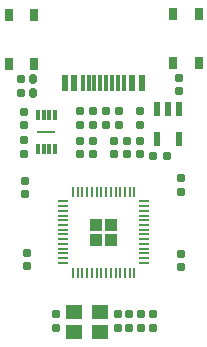
<source format=gbr>
%TF.GenerationSoftware,KiCad,Pcbnew,7.0.6-0*%
%TF.CreationDate,2023-07-21T12:15:06+07:00*%
%TF.ProjectId,RP2040Reference,52503230-3430-4526-9566-6572656e6365,rev?*%
%TF.SameCoordinates,Original*%
%TF.FileFunction,Paste,Top*%
%TF.FilePolarity,Positive*%
%FSLAX46Y46*%
G04 Gerber Fmt 4.6, Leading zero omitted, Abs format (unit mm)*
G04 Created by KiCad (PCBNEW 7.0.6-0) date 2023-07-21 12:15:06*
%MOMM*%
%LPD*%
G01*
G04 APERTURE LIST*
G04 Aperture macros list*
%AMRoundRect*
0 Rectangle with rounded corners*
0 $1 Rounding radius*
0 $2 $3 $4 $5 $6 $7 $8 $9 X,Y pos of 4 corners*
0 Add a 4 corners polygon primitive as box body*
4,1,4,$2,$3,$4,$5,$6,$7,$8,$9,$2,$3,0*
0 Add four circle primitives for the rounded corners*
1,1,$1+$1,$2,$3*
1,1,$1+$1,$4,$5*
1,1,$1+$1,$6,$7*
1,1,$1+$1,$8,$9*
0 Add four rect primitives between the rounded corners*
20,1,$1+$1,$2,$3,$4,$5,0*
20,1,$1+$1,$4,$5,$6,$7,0*
20,1,$1+$1,$6,$7,$8,$9,0*
20,1,$1+$1,$8,$9,$2,$3,0*%
G04 Aperture macros list end*
%ADD10RoundRect,0.155000X0.155000X-0.212500X0.155000X0.212500X-0.155000X0.212500X-0.155000X-0.212500X0*%
%ADD11RoundRect,0.155000X-0.155000X0.212500X-0.155000X-0.212500X0.155000X-0.212500X0.155000X0.212500X0*%
%ADD12RoundRect,0.160000X-0.160000X0.197500X-0.160000X-0.197500X0.160000X-0.197500X0.160000X0.197500X0*%
%ADD13R,0.600000X1.450000*%
%ADD14R,0.300000X1.450000*%
%ADD15RoundRect,0.155000X0.212500X0.155000X-0.212500X0.155000X-0.212500X-0.155000X0.212500X-0.155000X0*%
%ADD16RoundRect,0.250000X-0.292217X-0.292217X0.292217X-0.292217X0.292217X0.292217X-0.292217X0.292217X0*%
%ADD17RoundRect,0.050000X-0.387500X-0.050000X0.387500X-0.050000X0.387500X0.050000X-0.387500X0.050000X0*%
%ADD18RoundRect,0.050000X-0.050000X-0.387500X0.050000X-0.387500X0.050000X0.387500X-0.050000X0.387500X0*%
%ADD19R,0.650000X1.050000*%
%ADD20R,1.400000X1.200000*%
%ADD21R,0.300000X0.900000*%
%ADD22R,1.650000X0.250000*%
%ADD23R,0.600000X1.200000*%
%ADD24RoundRect,0.160000X0.160000X-0.197500X0.160000X0.197500X-0.160000X0.197500X-0.160000X-0.197500X0*%
%ADD25RoundRect,0.160000X-0.160000X0.222500X-0.160000X-0.222500X0.160000X-0.222500X0.160000X0.222500X0*%
G04 APERTURE END LIST*
D10*
%TO.C,C13*%
X103000000Y-67435000D03*
X103000000Y-66300000D03*
%TD*%
D11*
%TO.C,C14*%
X94500000Y-75800000D03*
X94500000Y-76935000D03*
%TD*%
D12*
%TO.C,R4*%
X103210000Y-80970000D03*
X103210000Y-82165000D03*
%TD*%
%TO.C,R7*%
X101200000Y-63770000D03*
X101200000Y-64965000D03*
%TD*%
D10*
%TO.C,C11*%
X100100000Y-67435000D03*
X100100000Y-66300000D03*
%TD*%
%TO.C,C10*%
X104100000Y-67435000D03*
X104100000Y-66300000D03*
%TD*%
D13*
%TO.C,J2*%
X104250000Y-61452500D03*
X103450000Y-61452500D03*
D14*
X102250000Y-61452500D03*
X101250000Y-61452500D03*
X100750000Y-61452500D03*
X99750000Y-61452500D03*
D13*
X98550000Y-61452500D03*
X97750000Y-61452500D03*
X97750000Y-61452500D03*
X98550000Y-61452500D03*
D14*
X99250000Y-61452500D03*
X100250000Y-61452500D03*
X101750000Y-61452500D03*
X102750000Y-61452500D03*
D13*
X103450000Y-61452500D03*
X104250000Y-61452500D03*
%TD*%
D15*
%TO.C,C5*%
X106367500Y-67567500D03*
X105232500Y-67567500D03*
%TD*%
D10*
%TO.C,C6*%
X99000000Y-67435000D03*
X99000000Y-66300000D03*
%TD*%
%TO.C,C12*%
X107600000Y-70635000D03*
X107600000Y-69500000D03*
%TD*%
D11*
%TO.C,C17*%
X94289750Y-63850000D03*
X94289750Y-64985000D03*
%TD*%
%TO.C,C9*%
X107600000Y-75900000D03*
X107600000Y-77035000D03*
%TD*%
D10*
%TO.C,C1*%
X96980000Y-82135000D03*
X96980000Y-81000000D03*
%TD*%
%TO.C,C15*%
X94350000Y-70835000D03*
X94350000Y-69700000D03*
%TD*%
D11*
%TO.C,C7*%
X105180000Y-81000000D03*
X105180000Y-82135000D03*
%TD*%
D16*
%TO.C,U3*%
X100402250Y-73405000D03*
X100402250Y-74680000D03*
X101677250Y-73405000D03*
X101677250Y-74680000D03*
D17*
X97602250Y-71442500D03*
X97602250Y-71842500D03*
X97602250Y-72242500D03*
X97602250Y-72642500D03*
X97602250Y-73042500D03*
X97602250Y-73442500D03*
X97602250Y-73842500D03*
X97602250Y-74242500D03*
X97602250Y-74642500D03*
X97602250Y-75042500D03*
X97602250Y-75442500D03*
X97602250Y-75842500D03*
X97602250Y-76242500D03*
X97602250Y-76642500D03*
D18*
X98439750Y-77480000D03*
X98839750Y-77480000D03*
X99239750Y-77480000D03*
X99639750Y-77480000D03*
X100039750Y-77480000D03*
X100439750Y-77480000D03*
X100839750Y-77480000D03*
X101239750Y-77480000D03*
X101639750Y-77480000D03*
X102039750Y-77480000D03*
X102439750Y-77480000D03*
X102839750Y-77480000D03*
X103239750Y-77480000D03*
X103639750Y-77480000D03*
D17*
X104477250Y-76642500D03*
X104477250Y-76242500D03*
X104477250Y-75842500D03*
X104477250Y-75442500D03*
X104477250Y-75042500D03*
X104477250Y-74642500D03*
X104477250Y-74242500D03*
X104477250Y-73842500D03*
X104477250Y-73442500D03*
X104477250Y-73042500D03*
X104477250Y-72642500D03*
X104477250Y-72242500D03*
X104477250Y-71842500D03*
X104477250Y-71442500D03*
D18*
X103639750Y-70605000D03*
X103239750Y-70605000D03*
X102839750Y-70605000D03*
X102439750Y-70605000D03*
X102039750Y-70605000D03*
X101639750Y-70605000D03*
X101239750Y-70605000D03*
X100839750Y-70605000D03*
X100439750Y-70605000D03*
X100039750Y-70605000D03*
X99639750Y-70605000D03*
X99239750Y-70605000D03*
X98839750Y-70605000D03*
X98439750Y-70605000D03*
%TD*%
D19*
%TO.C,SW2*%
X93000000Y-59817500D03*
X93000000Y-55667500D03*
X95150000Y-59817500D03*
X95150000Y-55667500D03*
%TD*%
D11*
%TO.C,C3*%
X102220000Y-81000000D03*
X102220000Y-82135000D03*
%TD*%
D20*
%TO.C,Y1*%
X98500000Y-82467500D03*
X100700000Y-82467500D03*
X100700000Y-80767500D03*
X98500000Y-80767500D03*
%TD*%
D11*
%TO.C,C16*%
X104200000Y-81000000D03*
X104200000Y-82135000D03*
%TD*%
D21*
%TO.C,IC1*%
X95439750Y-66967500D03*
X95939750Y-66967500D03*
X96439750Y-66967500D03*
X96939750Y-66967500D03*
X96939750Y-64167500D03*
X96439750Y-64167500D03*
X95939750Y-64167500D03*
X95439750Y-64167500D03*
D22*
X96189750Y-65567500D03*
%TD*%
D23*
%TO.C,IC2*%
X107450000Y-63617500D03*
X106500000Y-63617500D03*
X105550000Y-63617500D03*
X105550000Y-66117500D03*
X107450000Y-66117500D03*
%TD*%
D12*
%TO.C,R3*%
X99000000Y-63770000D03*
X99000000Y-64965000D03*
%TD*%
D10*
%TO.C,C8*%
X101900000Y-67435000D03*
X101900000Y-66300000D03*
%TD*%
D24*
%TO.C,R1*%
X94277250Y-67415000D03*
X94277250Y-66220000D03*
%TD*%
%TO.C,R9*%
X104100000Y-64965000D03*
X104100000Y-63770000D03*
%TD*%
D12*
%TO.C,R8*%
X94000000Y-62265000D03*
X94000000Y-61070000D03*
%TD*%
D19*
%TO.C,SW1*%
X106925000Y-59742500D03*
X106925000Y-55592500D03*
X109075000Y-59742500D03*
X109075000Y-55592500D03*
%TD*%
D25*
%TO.C,D3*%
X95050000Y-62240000D03*
X95050000Y-61095000D03*
%TD*%
D10*
%TO.C,C2*%
X107400000Y-62135000D03*
X107400000Y-61000000D03*
%TD*%
D12*
%TO.C,R2*%
X102300000Y-63770000D03*
X102300000Y-64965000D03*
%TD*%
%TO.C,R6*%
X100100000Y-63770000D03*
X100100000Y-64965000D03*
%TD*%
M02*

</source>
